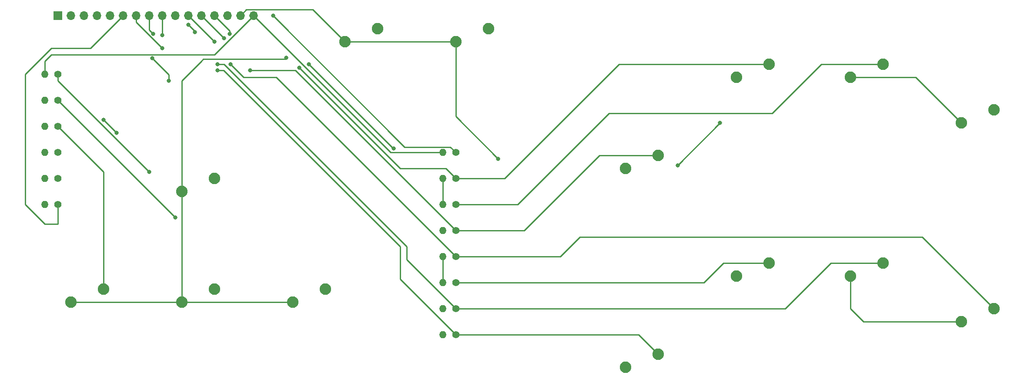
<source format=gbr>
%TF.GenerationSoftware,KiCad,Pcbnew,(5.1.10)-1*%
%TF.CreationDate,2021-09-21T20:51:06-05:00*%
%TF.ProjectId,FightKey_DirectionModule,46696768-744b-4657-995f-446972656374,rev?*%
%TF.SameCoordinates,Original*%
%TF.FileFunction,Copper,L2,Bot*%
%TF.FilePolarity,Positive*%
%FSLAX46Y46*%
G04 Gerber Fmt 4.6, Leading zero omitted, Abs format (unit mm)*
G04 Created by KiCad (PCBNEW (5.1.10)-1) date 2021-09-21 20:51:06*
%MOMM*%
%LPD*%
G01*
G04 APERTURE LIST*
%TA.AperFunction,ComponentPad*%
%ADD10O,1.700000X1.700000*%
%TD*%
%TA.AperFunction,ComponentPad*%
%ADD11R,1.700000X1.700000*%
%TD*%
%TA.AperFunction,ComponentPad*%
%ADD12C,2.248000*%
%TD*%
%TA.AperFunction,ComponentPad*%
%ADD13O,1.400000X1.400000*%
%TD*%
%TA.AperFunction,ComponentPad*%
%ADD14C,1.400000*%
%TD*%
%TA.AperFunction,ViaPad*%
%ADD15C,0.800000*%
%TD*%
%TA.AperFunction,Conductor*%
%ADD16C,0.250000*%
%TD*%
G04 APERTURE END LIST*
D10*
%TO.P,J1,16*%
%TO.N,/GND*%
X66040000Y-29210000D03*
%TO.P,J1,15*%
%TO.N,/VCC*%
X63500000Y-29210000D03*
%TO.P,J1,14*%
%TO.N,/NENTER*%
X60960000Y-29210000D03*
%TO.P,J1,13*%
%TO.N,/N6*%
X58420000Y-29210000D03*
%TO.P,J1,12*%
%TO.N,/N5*%
X55880000Y-29210000D03*
%TO.P,J1,11*%
%TO.N,/N4*%
X53340000Y-29210000D03*
%TO.P,J1,10*%
%TO.N,/NPLUS*%
X50800000Y-29210000D03*
%TO.P,J1,9*%
%TO.N,/N3*%
X48260000Y-29210000D03*
%TO.P,J1,8*%
%TO.N,/N2*%
X45720000Y-29210000D03*
%TO.P,J1,7*%
%TO.N,/N1*%
X43180000Y-29210000D03*
%TO.P,J1,6*%
%TO.N,/SHIFT*%
X40640000Y-29210000D03*
%TO.P,J1,5*%
%TO.N,/ENTER*%
X38100000Y-29210000D03*
%TO.P,J1,4*%
%TO.N,/RIGHT*%
X35560000Y-29210000D03*
%TO.P,J1,3*%
%TO.N,/LEFT*%
X33020000Y-29210000D03*
%TO.P,J1,2*%
%TO.N,/DOWN*%
X30480000Y-29210000D03*
D11*
%TO.P,J1,1*%
%TO.N,/UP*%
X27940000Y-29210000D03*
%TD*%
D12*
%TO.P,S456,2*%
%TO.N,/NENTER*%
X210185000Y-86360000D03*
%TO.P,S456,1*%
%TO.N,/VCC*%
X203835000Y-88900000D03*
%TD*%
%TO.P,S123,2*%
%TO.N,/NPLUS*%
X210185000Y-47625000D03*
%TO.P,S123,1*%
%TO.N,/VCC*%
X203835000Y-50165000D03*
%TD*%
%TO.P,S6,2*%
%TO.N,/N6*%
X188595000Y-38735000D03*
%TO.P,S6,1*%
%TO.N,/VCC*%
X182245000Y-41275000D03*
%TD*%
%TO.P,S5,2*%
%TO.N,/N5*%
X166370000Y-38735000D03*
%TO.P,S5,1*%
%TO.N,/VCC*%
X160020000Y-41275000D03*
%TD*%
%TO.P,S4,2*%
%TO.N,/N4*%
X144780000Y-56515000D03*
%TO.P,S4,1*%
%TO.N,/VCC*%
X138430000Y-59055000D03*
%TD*%
%TO.P,S3,2*%
%TO.N,/N3*%
X188595000Y-77470000D03*
%TO.P,S3,1*%
%TO.N,/VCC*%
X182245000Y-80010000D03*
%TD*%
%TO.P,S2,2*%
%TO.N,/N2*%
X166370000Y-77470000D03*
%TO.P,S2,1*%
%TO.N,/VCC*%
X160020000Y-80010000D03*
%TD*%
%TO.P,S1,2*%
%TO.N,/N1*%
X144780000Y-95250000D03*
%TO.P,S1,1*%
%TO.N,/VCC*%
X138430000Y-97790000D03*
%TD*%
D13*
%TO.P,R14,2*%
%TO.N,/GND*%
X102870000Y-76200000D03*
D14*
%TO.P,R14,1*%
%TO.N,/NENTER*%
X105410000Y-76200000D03*
%TD*%
D13*
%TO.P,R13,2*%
%TO.N,/GND*%
X102870000Y-66040000D03*
D14*
%TO.P,R13,1*%
%TO.N,/N6*%
X105410000Y-66040000D03*
%TD*%
D13*
%TO.P,R12,2*%
%TO.N,/GND*%
X102870000Y-60960000D03*
D14*
%TO.P,R12,1*%
%TO.N,/N5*%
X105410000Y-60960000D03*
%TD*%
D13*
%TO.P,R11,2*%
%TO.N,/GND*%
X102870000Y-71120000D03*
D14*
%TO.P,R11,1*%
%TO.N,/N4*%
X105410000Y-71120000D03*
%TD*%
D13*
%TO.P,R10,2*%
%TO.N,/GND*%
X102870000Y-55880000D03*
D14*
%TO.P,R10,1*%
%TO.N,/NPLUS*%
X105410000Y-55880000D03*
%TD*%
D13*
%TO.P,R9,2*%
%TO.N,/GND*%
X102870000Y-86360000D03*
D14*
%TO.P,R9,1*%
%TO.N,/N3*%
X105410000Y-86360000D03*
%TD*%
D13*
%TO.P,R8,2*%
%TO.N,/GND*%
X102870000Y-81280000D03*
D14*
%TO.P,R8,1*%
%TO.N,/N2*%
X105410000Y-81280000D03*
%TD*%
D13*
%TO.P,R7,2*%
%TO.N,/GND*%
X102870000Y-91440000D03*
D14*
%TO.P,R7,1*%
%TO.N,/N1*%
X105410000Y-91440000D03*
%TD*%
D12*
%TO.P,SU1,2*%
%TO.N,/UP*%
X58420000Y-60960000D03*
%TO.P,SU1,1*%
%TO.N,/VCC*%
X52070000Y-63500000D03*
%TD*%
%TO.P,SS1,2*%
%TO.N,/SHIFT*%
X90170000Y-31750000D03*
%TO.P,SS1,1*%
%TO.N,/VCC*%
X83820000Y-34290000D03*
%TD*%
%TO.P,SR1,2*%
%TO.N,/RIGHT*%
X80010000Y-82550000D03*
%TO.P,SR1,1*%
%TO.N,/VCC*%
X73660000Y-85090000D03*
%TD*%
%TO.P,SL1,2*%
%TO.N,/LEFT*%
X36830000Y-82550000D03*
%TO.P,SL1,1*%
%TO.N,/VCC*%
X30480000Y-85090000D03*
%TD*%
%TO.P,SE1,2*%
%TO.N,/ENTER*%
X111760000Y-31750000D03*
%TO.P,SE1,1*%
%TO.N,/VCC*%
X105410000Y-34290000D03*
%TD*%
%TO.P,SD1,2*%
%TO.N,/DOWN*%
X58420000Y-82550000D03*
%TO.P,SD1,1*%
%TO.N,/VCC*%
X52070000Y-85090000D03*
%TD*%
D13*
%TO.P,R6,2*%
%TO.N,/GND*%
X25400000Y-66040000D03*
D14*
%TO.P,R6,1*%
%TO.N,/SHIFT*%
X27940000Y-66040000D03*
%TD*%
D13*
%TO.P,R5,2*%
%TO.N,/GND*%
X25400000Y-60960000D03*
D14*
%TO.P,R5,1*%
%TO.N,/ENTER*%
X27940000Y-60960000D03*
%TD*%
D13*
%TO.P,R4,2*%
%TO.N,/GND*%
X25400000Y-55880000D03*
D14*
%TO.P,R4,1*%
%TO.N,/RIGHT*%
X27940000Y-55880000D03*
%TD*%
D13*
%TO.P,R3,2*%
%TO.N,/GND*%
X25400000Y-50800000D03*
D14*
%TO.P,R3,1*%
%TO.N,/LEFT*%
X27940000Y-50800000D03*
%TD*%
D13*
%TO.P,R2,2*%
%TO.N,/GND*%
X25400000Y-45720000D03*
D14*
%TO.P,R2,1*%
%TO.N,/DOWN*%
X27940000Y-45720000D03*
%TD*%
D13*
%TO.P,R1,2*%
%TO.N,/GND*%
X25400000Y-40640000D03*
D14*
%TO.P,R1,1*%
%TO.N,/UP*%
X27940000Y-40640000D03*
%TD*%
D15*
%TO.N,/VCC*%
X148590000Y-58420000D03*
X156845000Y-50165000D03*
X113665000Y-57150000D03*
X72390000Y-37465000D03*
%TO.N,/RIGHT*%
X36830000Y-49530000D03*
X39370000Y-52070000D03*
%TO.N,/DOWN*%
X50800000Y-68580000D03*
%TO.N,/UP*%
X45720000Y-59690000D03*
%TO.N,/N2*%
X49530000Y-41910000D03*
X46355000Y-37555000D03*
X46550153Y-32824847D03*
%TO.N,/N1*%
X48260000Y-35560000D03*
X59055000Y-39915000D03*
%TO.N,/N3*%
X59055000Y-38735000D03*
X48260000Y-33020000D03*
%TO.N,/NPLUS*%
X69850000Y-29210000D03*
%TO.N,/N4*%
X58420000Y-34290000D03*
X65405000Y-39915000D03*
%TO.N,/N5*%
X60325000Y-33655000D03*
X74930000Y-39370000D03*
%TO.N,/N6*%
X61399847Y-32824847D03*
X76835000Y-38735000D03*
X93345000Y-55155000D03*
%TO.N,/NENTER*%
X61595000Y-38735000D03*
X54610000Y-32475000D03*
X53340000Y-31025000D03*
%TD*%
D16*
%TO.N,/GND*%
X58420000Y-36830000D02*
X66040000Y-29210000D01*
X26670000Y-36830000D02*
X58420000Y-36830000D01*
X25400000Y-38100000D02*
X26670000Y-36830000D01*
X25400000Y-40640000D02*
X25400000Y-38100000D01*
X92710000Y-55880000D02*
X66040000Y-29210000D01*
X102870000Y-55880000D02*
X92710000Y-55880000D01*
X102870000Y-66040000D02*
X102870000Y-60960000D01*
X102870000Y-76200000D02*
X102870000Y-81280000D01*
%TO.N,/VCC*%
X83820000Y-34290000D02*
X105410000Y-34290000D01*
X52070000Y-85090000D02*
X52070000Y-63500000D01*
X30480000Y-85090000D02*
X52070000Y-85090000D01*
X52070000Y-85090000D02*
X73660000Y-85090000D01*
X52070000Y-41910000D02*
X55880000Y-38100000D01*
X52070000Y-63500000D02*
X52070000Y-41910000D01*
X203835000Y-88900000D02*
X184785000Y-88900000D01*
X182245000Y-86360000D02*
X182245000Y-80010000D01*
X184785000Y-88900000D02*
X182245000Y-86360000D01*
X148590000Y-58420000D02*
X156845000Y-50165000D01*
X194945000Y-41275000D02*
X203835000Y-50165000D01*
X182245000Y-41275000D02*
X194945000Y-41275000D01*
X105410000Y-48895000D02*
X105410000Y-34290000D01*
X113665000Y-57150000D02*
X105410000Y-48895000D01*
X77564999Y-28034999D02*
X83820000Y-34290000D01*
X64675001Y-28034999D02*
X77564999Y-28034999D01*
X63500000Y-29210000D02*
X64675001Y-28034999D01*
X72154999Y-37700001D02*
X72390000Y-37465000D01*
X56279999Y-37700001D02*
X72154999Y-37700001D01*
X55880000Y-38100000D02*
X56279999Y-37700001D01*
%TO.N,/SHIFT*%
X25400000Y-69850000D02*
X27940000Y-69850000D01*
X27940000Y-69850000D02*
X27940000Y-66040000D01*
X21590000Y-66040000D02*
X25400000Y-69850000D01*
X21590000Y-40640000D02*
X21590000Y-66040000D01*
X26670000Y-35560000D02*
X21590000Y-40640000D01*
X34290000Y-35560000D02*
X26670000Y-35560000D01*
X40640000Y-29210000D02*
X34290000Y-35560000D01*
%TO.N,/RIGHT*%
X36830000Y-49530000D02*
X39370000Y-52070000D01*
%TO.N,/LEFT*%
X36830000Y-59690000D02*
X36830000Y-82550000D01*
X27940000Y-50800000D02*
X36830000Y-59690000D01*
%TO.N,/DOWN*%
X27940000Y-45720000D02*
X50800000Y-68580000D01*
%TO.N,/UP*%
X27940000Y-41910000D02*
X45720000Y-59690000D01*
X27940000Y-40640000D02*
X27940000Y-41910000D01*
%TO.N,/N2*%
X105410000Y-81280000D02*
X153670000Y-81280000D01*
X157480000Y-77470000D02*
X166370000Y-77470000D01*
X153670000Y-81280000D02*
X157480000Y-77470000D01*
X49530000Y-40730000D02*
X46355000Y-37555000D01*
X49530000Y-41910000D02*
X49530000Y-40730000D01*
X45720000Y-31994694D02*
X45720000Y-29210000D01*
X46550153Y-32824847D02*
X45720000Y-31994694D01*
%TO.N,/N1*%
X140970000Y-91440000D02*
X144780000Y-95250000D01*
X105410000Y-91440000D02*
X140970000Y-91440000D01*
X43180000Y-30480000D02*
X48260000Y-35560000D01*
X43180000Y-29210000D02*
X43180000Y-30480000D01*
X59055000Y-39915000D02*
X60235000Y-39915000D01*
X60235000Y-39915000D02*
X94615000Y-74295000D01*
X94615000Y-80645000D02*
X105410000Y-91440000D01*
X94615000Y-74295000D02*
X94615000Y-80645000D01*
%TO.N,/N3*%
X105410000Y-86360000D02*
X169545000Y-86360000D01*
X178435000Y-77470000D02*
X188595000Y-77470000D01*
X169545000Y-86360000D02*
X178435000Y-77470000D01*
X105410000Y-86360000D02*
X95885000Y-76835000D01*
X95885000Y-76835000D02*
X95885000Y-74295000D01*
X60325000Y-38735000D02*
X59055000Y-38735000D01*
X95885000Y-74295000D02*
X60325000Y-38735000D01*
X48260000Y-33020000D02*
X48260000Y-29210000D01*
%TO.N,/NPLUS*%
X95494999Y-54854999D02*
X69850000Y-29210000D01*
X104384999Y-54854999D02*
X95494999Y-54854999D01*
X105410000Y-55880000D02*
X104384999Y-54854999D01*
%TO.N,/N4*%
X105410000Y-71120000D02*
X118745000Y-71120000D01*
X133350000Y-56515000D02*
X144780000Y-56515000D01*
X118745000Y-71120000D02*
X133350000Y-56515000D01*
X53340000Y-29210000D02*
X58420000Y-34290000D01*
X74205000Y-39915000D02*
X105410000Y-71120000D01*
X65405000Y-39915000D02*
X74205000Y-39915000D01*
%TO.N,/N5*%
X105410000Y-60960000D02*
X114935000Y-60960000D01*
X137160000Y-38735000D02*
X166370000Y-38735000D01*
X114935000Y-60960000D02*
X137160000Y-38735000D01*
X55880000Y-29210000D02*
X60325000Y-33655000D01*
X74930000Y-39370000D02*
X94615000Y-59055000D01*
X103505000Y-59055000D02*
X105410000Y-60960000D01*
X94615000Y-59055000D02*
X103505000Y-59055000D01*
%TO.N,/N6*%
X105410000Y-66040000D02*
X117475000Y-66040000D01*
X117475000Y-66040000D02*
X135255000Y-48260000D01*
X135255000Y-48260000D02*
X167005000Y-48260000D01*
X176530000Y-38735000D02*
X188595000Y-38735000D01*
X167005000Y-48260000D02*
X176530000Y-38735000D01*
X61399847Y-32189847D02*
X61399847Y-32824847D01*
X58420000Y-29210000D02*
X61399847Y-32189847D01*
X93255000Y-55155000D02*
X93345000Y-55155000D01*
X76835000Y-38735000D02*
X93255000Y-55155000D01*
%TO.N,/NENTER*%
X105410000Y-76200000D02*
X125730000Y-76200000D01*
X125730000Y-76200000D02*
X129540000Y-72390000D01*
X196215000Y-72390000D02*
X210185000Y-86360000D01*
X129540000Y-72390000D02*
X196215000Y-72390000D01*
X105410000Y-76200000D02*
X70485000Y-41275000D01*
X64135000Y-41275000D02*
X61595000Y-38735000D01*
X70485000Y-41275000D02*
X64135000Y-41275000D01*
X54610000Y-32295000D02*
X53340000Y-31025000D01*
X54610000Y-32475000D02*
X54610000Y-32295000D01*
%TD*%
M02*

</source>
